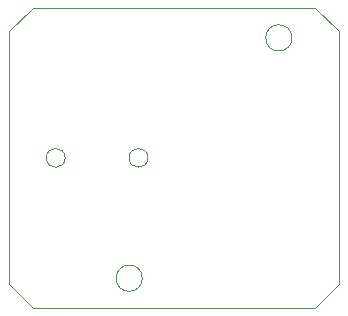
<source format=gbr>
G04 #@! TF.FileFunction,Profile,NP*
%FSLAX46Y46*%
G04 Gerber Fmt 4.6, Leading zero omitted, Abs format (unit mm)*
G04 Created by KiCad (PCBNEW (after 2015-may-01 BZR unknown)-product) date 2015/08/08 23:04:21*
%MOMM*%
G01*
G04 APERTURE LIST*
%ADD10C,0.100000*%
G04 APERTURE END LIST*
D10*
X26695403Y-194058540D02*
G75*
G03X26695403Y-194058540I-1109983J0D01*
G01*
X39362438Y-173708060D02*
G75*
G03X39362438Y-173708060I-1110038J0D01*
G01*
X43340020Y-194561460D02*
X43334940Y-194561460D01*
X43340020Y-173128940D02*
X43340020Y-194561460D01*
X27167480Y-183868060D02*
G75*
G03X27167480Y-183868060I-800000J0D01*
G01*
X20167480Y-183868060D02*
G75*
G03X20167480Y-183868060I-800000J0D01*
G01*
X41337480Y-196568060D02*
X43337480Y-194568060D01*
X17397480Y-196568060D02*
X41337480Y-196568060D01*
X15397480Y-194568060D02*
X17397480Y-196568060D01*
X15397480Y-173168060D02*
X15397480Y-194568060D01*
X17397480Y-171168060D02*
X15397480Y-173168060D01*
X41337480Y-171168060D02*
X17397480Y-171168060D01*
X43337480Y-173168060D02*
X41337480Y-171168060D01*
M02*

</source>
